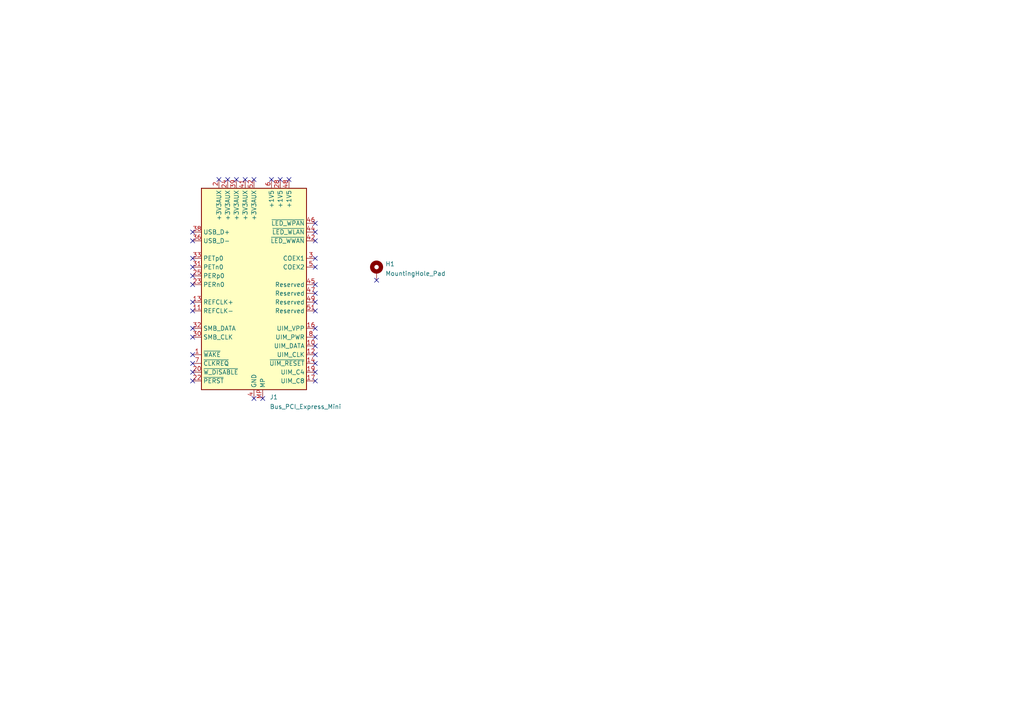
<source format=kicad_sch>
(kicad_sch (version 20211123) (generator eeschema)
  (paper "A4")
  (lib_symbols
    (symbol "Connector:Bus_PCI_Express_Mini"
      (property "Reference" "J" (at -16.51 31.75 0))
      (property "Value" "Bus_PCI_Express_Mini" (at 22.86 31.75 0))
      (symbol "Bus_PCI_Express_Mini_0_1"
        (rectangle (start -15.24 30.48) (end 15.24 -27.94) (stroke (width 0.254)) (fill (type background)))
      )
      (symbol "Bus_PCI_Express_Mini_1_1"
        (pin open_collector line (at -17.78 -17.78 0) (length 2.54) (name "~{WAKE}") (number "1"))
        (pin bidirectional line (at 17.78 -15.24 180) (length 2.54) (name "UIM_DATA") (number "10"))
        (pin input line (at -17.78 -5.08 0) (length 2.54) (name "REFCLK-") (number "11"))
        (pin output line (at 17.78 -17.78 180) (length 2.54) (name "UIM_CLK") (number "12"))
        (pin input line (at -17.78 -2.54 0) (length 2.54) (name "REFCLK+") (number "13"))
        (pin output line (at 17.78 -20.32 180) (length 2.54) (name "~{UIM_RESET}") (number "14"))
        (pin passive line (at 0 -30.48 90) (length 2.54) hide (name "GND") (number "15"))
        (pin power_out line (at 17.78 -10.16 180) (length 2.54) (name "UIM_VPP") (number "16"))
        (pin passive line (at 17.78 -25.4 180) (length 2.54) (name "UIM_C8") (number "17"))
        (pin passive line (at 0 -30.48 90) (length 2.54) hide (name "GND") (number "18"))
        (pin passive line (at 17.78 -22.86 180) (length 2.54) (name "UIM_C4") (number "19"))
        (pin power_in line (at -10.16 33.02 270) (length 2.54) (name "+3V3AUX") (number "2"))
        (pin input line (at -17.78 -22.86 0) (length 2.54) (name "~{W_DISABLE}") (number "20"))
        (pin passive line (at 0 -30.48 90) (length 2.54) hide (name "GND") (number "21"))
        (pin input line (at -17.78 -25.4 0) (length 2.54) (name "~{PERST}") (number "22"))
        (pin output line (at -17.78 2.54 0) (length 2.54) (name "PERn0") (number "23"))
        (pin power_in line (at -7.62 33.02 270) (length 2.54) (name "+3V3AUX") (number "24"))
        (pin output line (at -17.78 5.08 0) (length 2.54) (name "PERp0") (number "25"))
        (pin passive line (at 0 -30.48 90) (length 2.54) hide (name "GND") (number "26"))
        (pin passive line (at 0 -30.48 90) (length 2.54) hide (name "GND") (number "27"))
        (pin power_in line (at 7.62 33.02 270) (length 2.54) (name "+1V5") (number "28"))
        (pin passive line (at 0 -30.48 90) (length 2.54) hide (name "GND") (number "29"))
        (pin passive line (at 17.78 10.16 180) (length 2.54) (name "COEX1") (number "3"))
        (pin input line (at -17.78 -12.7 0) (length 2.54) (name "SMB_CLK") (number "30"))
        (pin input line (at -17.78 7.62 0) (length 2.54) (name "PETn0") (number "31"))
        (pin bidirectional line (at -17.78 -10.16 0) (length 2.54) (name "SMB_DATA") (number "32"))
        (pin input line (at -17.78 10.16 0) (length 2.54) (name "PETp0") (number "33"))
        (pin passive line (at 0 -30.48 90) (length 2.54) hide (name "GND") (number "34"))
        (pin passive line (at 0 -30.48 90) (length 2.54) hide (name "GND") (number "35"))
        (pin bidirectional line (at -17.78 15.24 0) (length 2.54) (name "USB_D-") (number "36"))
        (pin passive line (at 0 -30.48 90) (length 2.54) hide (name "GND") (number "37"))
        (pin bidirectional line (at -17.78 17.78 0) (length 2.54) (name "USB_D+") (number "38"))
        (pin power_in line (at -5.08 33.02 270) (length 2.54) (name "+3V3AUX") (number "39"))
        (pin power_in line (at 0 -30.48 90) (length 2.54) (name "GND") (number "4"))
        (pin passive line (at 0 -30.48 90) (length 2.54) hide (name "GND") (number "40"))
        (pin power_in line (at -2.54 33.02 270) (length 2.54) (name "+3V3AUX") (number "41"))
        (pin open_collector line (at 17.78 15.24 180) (length 2.54) (name "~{LED_WWAN}") (number "42"))
        (pin passive line (at 0 -30.48 90) (length 2.54) hide (name "GND") (number "43"))
        (pin open_collector line (at 17.78 17.78 180) (length 2.54) (name "~{LED_WLAN}") (number "44"))
        (pin passive line (at 17.78 2.54 180) (length 2.54) (name "Reserved") (number "45"))
        (pin open_collector line (at 17.78 20.32 180) (length 2.54) (name "~{LED_WPAN}") (number "46"))
        (pin passive line (at 17.78 0 180) (length 2.54) (name "Reserved") (number "47"))
        (pin power_in line (at 10.16 33.02 270) (length 2.54) (name "+1V5") (number "48"))
        (pin passive line (at 17.78 -2.54 180) (length 2.54) (name "Reserved") (number "49"))
        (pin passive line (at 17.78 7.62 180) (length 2.54) (name "COEX2") (number "5"))
        (pin passive line (at 0 -30.48 90) (length 2.54) hide (name "GND") (number "50"))
        (pin passive line (at 17.78 -5.08 180) (length 2.54) (name "Reserved") (number "51"))
        (pin power_in line (at 0 33.02 270) (length 2.54) (name "+3V3AUX") (number "52"))
        (pin power_in line (at 5.08 33.02 270) (length 2.54) (name "+1V5") (number "6"))
        (pin open_collector line (at -17.78 -20.32 0) (length 2.54) (name "~{CLKREQ}") (number "7"))
        (pin power_out line (at 17.78 -12.7 180) (length 2.54) (name "UIM_PWR") (number "8"))
        (pin passive line (at 0 -30.48 90) (length 2.54) hide (name "GND") (number "9"))
        (pin passive line (at 2.54 -30.48 90) (length 2.54) (name "MP") (number "MP"))
      )
    )
    (symbol "Mechanical:MountingHole_Pad" (pin_numbers hide) (pin_names (offset 1.016) hide)
      (property "Reference" "H" (at 0 6.35 0))
      (property "Value" "MountingHole_Pad" (at 0 4.445 0))
      (symbol "MountingHole_Pad_0_1"
        (circle (center 0 1.27) (radius 1.27) (stroke (width 1.27)))
      )
      (symbol "MountingHole_Pad_1_1"
        (pin input line (at 0 -2.54 90) (length 2.54) (name "1") (number "1"))
      )
    )
  )
  (no_connect (at 55.88 107.95))
  (no_connect (at 63.5 52.07))
  (no_connect (at 91.44 95.25))
  (no_connect (at 73.66 115.57))
  (no_connect (at 55.88 102.87))
  (no_connect (at 91.44 82.55))
  (no_connect (at 91.44 74.93))
  (no_connect (at 55.88 82.55))
  (no_connect (at 55.88 80.01))
  (no_connect (at 55.88 110.49))
  (no_connect (at 55.88 69.85))
  (no_connect (at 55.88 97.79))
  (no_connect (at 91.44 69.85))
  (no_connect (at 91.44 77.47))
  (no_connect (at 78.74 52.07))
  (no_connect (at 81.28 52.07))
  (no_connect (at 66.04 52.07))
  (no_connect (at 91.44 87.63))
  (no_connect (at 55.88 105.41))
  (no_connect (at 55.88 77.47))
  (no_connect (at 91.44 100.33))
  (no_connect (at 55.88 67.31))
  (no_connect (at 91.44 64.77))
  (no_connect (at 91.44 67.31))
  (no_connect (at 55.88 90.17))
  (no_connect (at 91.44 85.09))
  (no_connect (at 109.22 81.28))
  (no_connect (at 55.88 95.25))
  (no_connect (at 68.58 52.07))
  (no_connect (at 55.88 87.63))
  (no_connect (at 91.44 90.17))
  (no_connect (at 76.2 115.57))
  (no_connect (at 91.44 110.49))
  (no_connect (at 91.44 107.95))
  (no_connect (at 91.44 105.41))
  (no_connect (at 91.44 102.87))
  (no_connect (at 83.82 52.07))
  (no_connect (at 71.12 52.07))
  (no_connect (at 73.66 52.07))
  (no_connect (at 91.44 97.79))
  (no_connect (at 55.88 74.93))
  (symbol (lib_id "Connector:Bus_PCI_Express_Mini") (at 73.66 85.09 0) (unit 1)
    (property "Reference" "J1" (at 78.2194 115.1795 0) (effects (justify left)))
    (property "Value" "Bus_PCI_Express_Mini" (at 78.2194 117.9546 0) (effects (justify left)))
    (property "Footprint" "local:mPCIe_Edge" (effects hide))
  )
  (symbol (lib_id "Mechanical:MountingHole_Pad") (at 109.22 78.74 0) (unit 1)
    (property "Reference" "H1" (at 111.76 76.5615 0) (effects (justify left)))
    (property "Value" "MountingHole_Pad" (at 111.76 79.3366 0) (effects (justify left)))
    (property "Footprint" "MountingHole:MountingHole_2.2mm_M2_Pad" (effects hide))
  )
)
</source>
